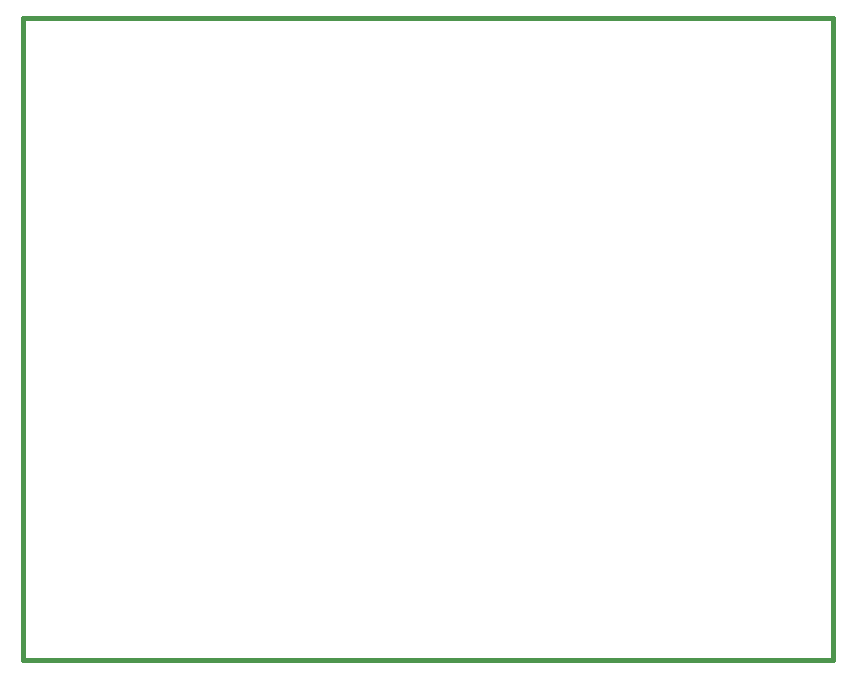
<source format=gko>
%FSLAX33Y33*%
%MOMM*%
%ADD10C,0.381*%
D10*
%LNpath-0*%
G01*
X0Y-1000D02*
X0Y53340D01*
X68580Y53340*
X68580Y-1000*
X0Y-1000*
X0Y-1000*
%LNmechanical details_traces*%
M02*
</source>
